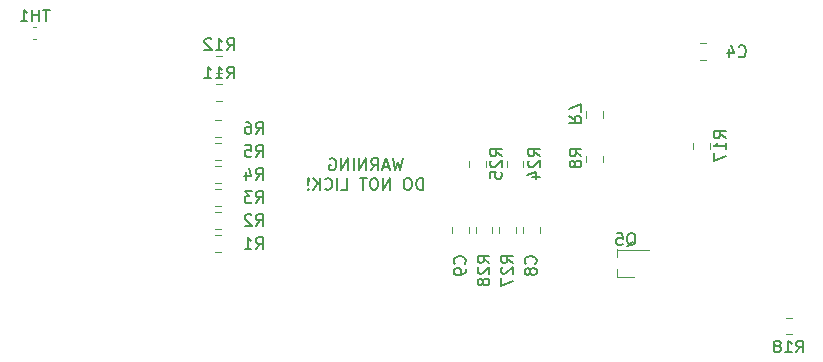
<source format=gbr>
G04 #@! TF.GenerationSoftware,KiCad,Pcbnew,(5.1.4)-1*
G04 #@! TF.CreationDate,2019-10-11T16:00:27-04:00*
G04 #@! TF.ProjectId,CellMan,43656c6c-4d61-46e2-9e6b-696361645f70,0.1*
G04 #@! TF.SameCoordinates,Original*
G04 #@! TF.FileFunction,Legend,Bot*
G04 #@! TF.FilePolarity,Positive*
%FSLAX46Y46*%
G04 Gerber Fmt 4.6, Leading zero omitted, Abs format (unit mm)*
G04 Created by KiCad (PCBNEW (5.1.4)-1) date 2019-10-11 16:00:27*
%MOMM*%
%LPD*%
G04 APERTURE LIST*
%ADD10C,0.150000*%
%ADD11C,0.120000*%
G04 APERTURE END LIST*
D10*
X138317857Y-105727380D02*
X138079761Y-106727380D01*
X137889285Y-106013095D01*
X137698809Y-106727380D01*
X137460714Y-105727380D01*
X137127380Y-106441666D02*
X136651190Y-106441666D01*
X137222619Y-106727380D02*
X136889285Y-105727380D01*
X136555952Y-106727380D01*
X135651190Y-106727380D02*
X135984523Y-106251190D01*
X136222619Y-106727380D02*
X136222619Y-105727380D01*
X135841666Y-105727380D01*
X135746428Y-105775000D01*
X135698809Y-105822619D01*
X135651190Y-105917857D01*
X135651190Y-106060714D01*
X135698809Y-106155952D01*
X135746428Y-106203571D01*
X135841666Y-106251190D01*
X136222619Y-106251190D01*
X135222619Y-106727380D02*
X135222619Y-105727380D01*
X134651190Y-106727380D01*
X134651190Y-105727380D01*
X134175000Y-106727380D02*
X134175000Y-105727380D01*
X133698809Y-106727380D02*
X133698809Y-105727380D01*
X133127380Y-106727380D01*
X133127380Y-105727380D01*
X132127380Y-105775000D02*
X132222619Y-105727380D01*
X132365476Y-105727380D01*
X132508333Y-105775000D01*
X132603571Y-105870238D01*
X132651190Y-105965476D01*
X132698809Y-106155952D01*
X132698809Y-106298809D01*
X132651190Y-106489285D01*
X132603571Y-106584523D01*
X132508333Y-106679761D01*
X132365476Y-106727380D01*
X132270238Y-106727380D01*
X132127380Y-106679761D01*
X132079761Y-106632142D01*
X132079761Y-106298809D01*
X132270238Y-106298809D01*
X140032142Y-108377380D02*
X140032142Y-107377380D01*
X139794047Y-107377380D01*
X139651190Y-107425000D01*
X139555952Y-107520238D01*
X139508333Y-107615476D01*
X139460714Y-107805952D01*
X139460714Y-107948809D01*
X139508333Y-108139285D01*
X139555952Y-108234523D01*
X139651190Y-108329761D01*
X139794047Y-108377380D01*
X140032142Y-108377380D01*
X138841666Y-107377380D02*
X138651190Y-107377380D01*
X138555952Y-107425000D01*
X138460714Y-107520238D01*
X138413095Y-107710714D01*
X138413095Y-108044047D01*
X138460714Y-108234523D01*
X138555952Y-108329761D01*
X138651190Y-108377380D01*
X138841666Y-108377380D01*
X138936904Y-108329761D01*
X139032142Y-108234523D01*
X139079761Y-108044047D01*
X139079761Y-107710714D01*
X139032142Y-107520238D01*
X138936904Y-107425000D01*
X138841666Y-107377380D01*
X137222619Y-108377380D02*
X137222619Y-107377380D01*
X136651190Y-108377380D01*
X136651190Y-107377380D01*
X135984523Y-107377380D02*
X135794047Y-107377380D01*
X135698809Y-107425000D01*
X135603571Y-107520238D01*
X135555952Y-107710714D01*
X135555952Y-108044047D01*
X135603571Y-108234523D01*
X135698809Y-108329761D01*
X135794047Y-108377380D01*
X135984523Y-108377380D01*
X136079761Y-108329761D01*
X136175000Y-108234523D01*
X136222619Y-108044047D01*
X136222619Y-107710714D01*
X136175000Y-107520238D01*
X136079761Y-107425000D01*
X135984523Y-107377380D01*
X135270238Y-107377380D02*
X134698809Y-107377380D01*
X134984523Y-108377380D02*
X134984523Y-107377380D01*
X133127380Y-108377380D02*
X133603571Y-108377380D01*
X133603571Y-107377380D01*
X132794047Y-108377380D02*
X132794047Y-107377380D01*
X131746428Y-108282142D02*
X131794047Y-108329761D01*
X131936904Y-108377380D01*
X132032142Y-108377380D01*
X132175000Y-108329761D01*
X132270238Y-108234523D01*
X132317857Y-108139285D01*
X132365476Y-107948809D01*
X132365476Y-107805952D01*
X132317857Y-107615476D01*
X132270238Y-107520238D01*
X132175000Y-107425000D01*
X132032142Y-107377380D01*
X131936904Y-107377380D01*
X131794047Y-107425000D01*
X131746428Y-107472619D01*
X131317857Y-108377380D02*
X131317857Y-107377380D01*
X130746428Y-108377380D02*
X131175000Y-107805952D01*
X130746428Y-107377380D02*
X131317857Y-107948809D01*
X130317857Y-108282142D02*
X130270238Y-108329761D01*
X130317857Y-108377380D01*
X130365476Y-108329761D01*
X130317857Y-108282142D01*
X130317857Y-108377380D01*
X130317857Y-107996428D02*
X130365476Y-107425000D01*
X130317857Y-107377380D01*
X130270238Y-107425000D01*
X130317857Y-107996428D01*
X130317857Y-107377380D01*
D11*
X107312779Y-95610000D02*
X106987221Y-95610000D01*
X107312779Y-94590000D02*
X106987221Y-94590000D01*
X157875000Y-115760000D02*
X156465000Y-115760000D01*
X156465000Y-113440000D02*
X159200000Y-113440000D01*
X156465000Y-113430000D02*
X156465000Y-114100000D01*
X156465000Y-115100000D02*
X156465000Y-115760000D01*
X164011252Y-97410000D02*
X163488748Y-97410000D01*
X164011252Y-95990000D02*
X163488748Y-95990000D01*
X148490000Y-111538748D02*
X148490000Y-112061252D01*
X149910000Y-111538748D02*
X149910000Y-112061252D01*
X142490000Y-111538748D02*
X142490000Y-112061252D01*
X143910000Y-111538748D02*
X143910000Y-112061252D01*
X122438748Y-113660000D02*
X122961252Y-113660000D01*
X122438748Y-112240000D02*
X122961252Y-112240000D01*
X122438748Y-110290000D02*
X122961252Y-110290000D01*
X122438748Y-111710000D02*
X122961252Y-111710000D01*
X122438748Y-109760000D02*
X122961252Y-109760000D01*
X122438748Y-108340000D02*
X122961252Y-108340000D01*
X122438748Y-106390000D02*
X122961252Y-106390000D01*
X122438748Y-107810000D02*
X122961252Y-107810000D01*
X122438748Y-104440000D02*
X122961252Y-104440000D01*
X122438748Y-105860000D02*
X122961252Y-105860000D01*
X122438748Y-102490000D02*
X122961252Y-102490000D01*
X122438748Y-103910000D02*
X122961252Y-103910000D01*
X153840000Y-102261252D02*
X153840000Y-101738748D01*
X155260000Y-102261252D02*
X155260000Y-101738748D01*
X153840000Y-105488748D02*
X153840000Y-106011252D01*
X155260000Y-105488748D02*
X155260000Y-106011252D01*
X123061252Y-100860000D02*
X122538748Y-100860000D01*
X123061252Y-99440000D02*
X122538748Y-99440000D01*
X123061252Y-97040000D02*
X122538748Y-97040000D01*
X123061252Y-98460000D02*
X122538748Y-98460000D01*
X162890000Y-104911252D02*
X162890000Y-104388748D01*
X164310000Y-104911252D02*
X164310000Y-104388748D01*
X171261252Y-120610000D02*
X170738748Y-120610000D01*
X171261252Y-119190000D02*
X170738748Y-119190000D01*
X148533200Y-106429652D02*
X148533200Y-105907148D01*
X147113200Y-106429652D02*
X147113200Y-105907148D01*
X145333200Y-106429652D02*
X145333200Y-105907148D01*
X143913200Y-106429652D02*
X143913200Y-105907148D01*
X146490000Y-111538748D02*
X146490000Y-112061252D01*
X147910000Y-111538748D02*
X147910000Y-112061252D01*
X144490000Y-111538748D02*
X144490000Y-112061252D01*
X145910000Y-111538748D02*
X145910000Y-112061252D01*
D10*
X108435714Y-93122380D02*
X107864285Y-93122380D01*
X108150000Y-94122380D02*
X108150000Y-93122380D01*
X107530952Y-94122380D02*
X107530952Y-93122380D01*
X107530952Y-93598571D02*
X106959523Y-93598571D01*
X106959523Y-94122380D02*
X106959523Y-93122380D01*
X105959523Y-94122380D02*
X106530952Y-94122380D01*
X106245238Y-94122380D02*
X106245238Y-93122380D01*
X106340476Y-93265238D01*
X106435714Y-93360476D01*
X106530952Y-93408095D01*
X157295238Y-113147619D02*
X157390476Y-113100000D01*
X157485714Y-113004761D01*
X157628571Y-112861904D01*
X157723809Y-112814285D01*
X157819047Y-112814285D01*
X157771428Y-113052380D02*
X157866666Y-113004761D01*
X157961904Y-112909523D01*
X158009523Y-112719047D01*
X158009523Y-112385714D01*
X157961904Y-112195238D01*
X157866666Y-112100000D01*
X157771428Y-112052380D01*
X157580952Y-112052380D01*
X157485714Y-112100000D01*
X157390476Y-112195238D01*
X157342857Y-112385714D01*
X157342857Y-112719047D01*
X157390476Y-112909523D01*
X157485714Y-113004761D01*
X157580952Y-113052380D01*
X157771428Y-113052380D01*
X156438095Y-112052380D02*
X156914285Y-112052380D01*
X156961904Y-112528571D01*
X156914285Y-112480952D01*
X156819047Y-112433333D01*
X156580952Y-112433333D01*
X156485714Y-112480952D01*
X156438095Y-112528571D01*
X156390476Y-112623809D01*
X156390476Y-112861904D01*
X156438095Y-112957142D01*
X156485714Y-113004761D01*
X156580952Y-113052380D01*
X156819047Y-113052380D01*
X156914285Y-113004761D01*
X156961904Y-112957142D01*
X166766666Y-97057142D02*
X166814285Y-97104761D01*
X166957142Y-97152380D01*
X167052380Y-97152380D01*
X167195238Y-97104761D01*
X167290476Y-97009523D01*
X167338095Y-96914285D01*
X167385714Y-96723809D01*
X167385714Y-96580952D01*
X167338095Y-96390476D01*
X167290476Y-96295238D01*
X167195238Y-96200000D01*
X167052380Y-96152380D01*
X166957142Y-96152380D01*
X166814285Y-96200000D01*
X166766666Y-96247619D01*
X165909523Y-96485714D02*
X165909523Y-97152380D01*
X166147619Y-96104761D02*
X166385714Y-96819047D01*
X165766666Y-96819047D01*
X149557142Y-114633333D02*
X149604761Y-114585714D01*
X149652380Y-114442857D01*
X149652380Y-114347619D01*
X149604761Y-114204761D01*
X149509523Y-114109523D01*
X149414285Y-114061904D01*
X149223809Y-114014285D01*
X149080952Y-114014285D01*
X148890476Y-114061904D01*
X148795238Y-114109523D01*
X148700000Y-114204761D01*
X148652380Y-114347619D01*
X148652380Y-114442857D01*
X148700000Y-114585714D01*
X148747619Y-114633333D01*
X149080952Y-115204761D02*
X149033333Y-115109523D01*
X148985714Y-115061904D01*
X148890476Y-115014285D01*
X148842857Y-115014285D01*
X148747619Y-115061904D01*
X148700000Y-115109523D01*
X148652380Y-115204761D01*
X148652380Y-115395238D01*
X148700000Y-115490476D01*
X148747619Y-115538095D01*
X148842857Y-115585714D01*
X148890476Y-115585714D01*
X148985714Y-115538095D01*
X149033333Y-115490476D01*
X149080952Y-115395238D01*
X149080952Y-115204761D01*
X149128571Y-115109523D01*
X149176190Y-115061904D01*
X149271428Y-115014285D01*
X149461904Y-115014285D01*
X149557142Y-115061904D01*
X149604761Y-115109523D01*
X149652380Y-115204761D01*
X149652380Y-115395238D01*
X149604761Y-115490476D01*
X149557142Y-115538095D01*
X149461904Y-115585714D01*
X149271428Y-115585714D01*
X149176190Y-115538095D01*
X149128571Y-115490476D01*
X149080952Y-115395238D01*
X143557142Y-114633333D02*
X143604761Y-114585714D01*
X143652380Y-114442857D01*
X143652380Y-114347619D01*
X143604761Y-114204761D01*
X143509523Y-114109523D01*
X143414285Y-114061904D01*
X143223809Y-114014285D01*
X143080952Y-114014285D01*
X142890476Y-114061904D01*
X142795238Y-114109523D01*
X142700000Y-114204761D01*
X142652380Y-114347619D01*
X142652380Y-114442857D01*
X142700000Y-114585714D01*
X142747619Y-114633333D01*
X143652380Y-115109523D02*
X143652380Y-115300000D01*
X143604761Y-115395238D01*
X143557142Y-115442857D01*
X143414285Y-115538095D01*
X143223809Y-115585714D01*
X142842857Y-115585714D01*
X142747619Y-115538095D01*
X142700000Y-115490476D01*
X142652380Y-115395238D01*
X142652380Y-115204761D01*
X142700000Y-115109523D01*
X142747619Y-115061904D01*
X142842857Y-115014285D01*
X143080952Y-115014285D01*
X143176190Y-115061904D01*
X143223809Y-115109523D01*
X143271428Y-115204761D01*
X143271428Y-115395238D01*
X143223809Y-115490476D01*
X143176190Y-115538095D01*
X143080952Y-115585714D01*
X125891666Y-113402380D02*
X126225000Y-112926190D01*
X126463095Y-113402380D02*
X126463095Y-112402380D01*
X126082142Y-112402380D01*
X125986904Y-112450000D01*
X125939285Y-112497619D01*
X125891666Y-112592857D01*
X125891666Y-112735714D01*
X125939285Y-112830952D01*
X125986904Y-112878571D01*
X126082142Y-112926190D01*
X126463095Y-112926190D01*
X124939285Y-113402380D02*
X125510714Y-113402380D01*
X125225000Y-113402380D02*
X125225000Y-112402380D01*
X125320238Y-112545238D01*
X125415476Y-112640476D01*
X125510714Y-112688095D01*
X125891666Y-111452380D02*
X126225000Y-110976190D01*
X126463095Y-111452380D02*
X126463095Y-110452380D01*
X126082142Y-110452380D01*
X125986904Y-110500000D01*
X125939285Y-110547619D01*
X125891666Y-110642857D01*
X125891666Y-110785714D01*
X125939285Y-110880952D01*
X125986904Y-110928571D01*
X126082142Y-110976190D01*
X126463095Y-110976190D01*
X125510714Y-110547619D02*
X125463095Y-110500000D01*
X125367857Y-110452380D01*
X125129761Y-110452380D01*
X125034523Y-110500000D01*
X124986904Y-110547619D01*
X124939285Y-110642857D01*
X124939285Y-110738095D01*
X124986904Y-110880952D01*
X125558333Y-111452380D01*
X124939285Y-111452380D01*
X125891666Y-109502380D02*
X126225000Y-109026190D01*
X126463095Y-109502380D02*
X126463095Y-108502380D01*
X126082142Y-108502380D01*
X125986904Y-108550000D01*
X125939285Y-108597619D01*
X125891666Y-108692857D01*
X125891666Y-108835714D01*
X125939285Y-108930952D01*
X125986904Y-108978571D01*
X126082142Y-109026190D01*
X126463095Y-109026190D01*
X125558333Y-108502380D02*
X124939285Y-108502380D01*
X125272619Y-108883333D01*
X125129761Y-108883333D01*
X125034523Y-108930952D01*
X124986904Y-108978571D01*
X124939285Y-109073809D01*
X124939285Y-109311904D01*
X124986904Y-109407142D01*
X125034523Y-109454761D01*
X125129761Y-109502380D01*
X125415476Y-109502380D01*
X125510714Y-109454761D01*
X125558333Y-109407142D01*
X125891666Y-107552380D02*
X126225000Y-107076190D01*
X126463095Y-107552380D02*
X126463095Y-106552380D01*
X126082142Y-106552380D01*
X125986904Y-106600000D01*
X125939285Y-106647619D01*
X125891666Y-106742857D01*
X125891666Y-106885714D01*
X125939285Y-106980952D01*
X125986904Y-107028571D01*
X126082142Y-107076190D01*
X126463095Y-107076190D01*
X125034523Y-106885714D02*
X125034523Y-107552380D01*
X125272619Y-106504761D02*
X125510714Y-107219047D01*
X124891666Y-107219047D01*
X125891666Y-105602380D02*
X126225000Y-105126190D01*
X126463095Y-105602380D02*
X126463095Y-104602380D01*
X126082142Y-104602380D01*
X125986904Y-104650000D01*
X125939285Y-104697619D01*
X125891666Y-104792857D01*
X125891666Y-104935714D01*
X125939285Y-105030952D01*
X125986904Y-105078571D01*
X126082142Y-105126190D01*
X126463095Y-105126190D01*
X124986904Y-104602380D02*
X125463095Y-104602380D01*
X125510714Y-105078571D01*
X125463095Y-105030952D01*
X125367857Y-104983333D01*
X125129761Y-104983333D01*
X125034523Y-105030952D01*
X124986904Y-105078571D01*
X124939285Y-105173809D01*
X124939285Y-105411904D01*
X124986904Y-105507142D01*
X125034523Y-105554761D01*
X125129761Y-105602380D01*
X125367857Y-105602380D01*
X125463095Y-105554761D01*
X125510714Y-105507142D01*
X125891666Y-103652380D02*
X126225000Y-103176190D01*
X126463095Y-103652380D02*
X126463095Y-102652380D01*
X126082142Y-102652380D01*
X125986904Y-102700000D01*
X125939285Y-102747619D01*
X125891666Y-102842857D01*
X125891666Y-102985714D01*
X125939285Y-103080952D01*
X125986904Y-103128571D01*
X126082142Y-103176190D01*
X126463095Y-103176190D01*
X125034523Y-102652380D02*
X125225000Y-102652380D01*
X125320238Y-102700000D01*
X125367857Y-102747619D01*
X125463095Y-102890476D01*
X125510714Y-103080952D01*
X125510714Y-103461904D01*
X125463095Y-103557142D01*
X125415476Y-103604761D01*
X125320238Y-103652380D01*
X125129761Y-103652380D01*
X125034523Y-103604761D01*
X124986904Y-103557142D01*
X124939285Y-103461904D01*
X124939285Y-103223809D01*
X124986904Y-103128571D01*
X125034523Y-103080952D01*
X125129761Y-103033333D01*
X125320238Y-103033333D01*
X125415476Y-103080952D01*
X125463095Y-103128571D01*
X125510714Y-103223809D01*
X152397619Y-102116666D02*
X152873809Y-102450000D01*
X152397619Y-102688095D02*
X153397619Y-102688095D01*
X153397619Y-102307142D01*
X153350000Y-102211904D01*
X153302380Y-102164285D01*
X153207142Y-102116666D01*
X153064285Y-102116666D01*
X152969047Y-102164285D01*
X152921428Y-102211904D01*
X152873809Y-102307142D01*
X152873809Y-102688095D01*
X153397619Y-101783333D02*
X153397619Y-101116666D01*
X152397619Y-101545238D01*
X153452380Y-105533333D02*
X152976190Y-105200000D01*
X153452380Y-104961904D02*
X152452380Y-104961904D01*
X152452380Y-105342857D01*
X152500000Y-105438095D01*
X152547619Y-105485714D01*
X152642857Y-105533333D01*
X152785714Y-105533333D01*
X152880952Y-105485714D01*
X152928571Y-105438095D01*
X152976190Y-105342857D01*
X152976190Y-104961904D01*
X152880952Y-106104761D02*
X152833333Y-106009523D01*
X152785714Y-105961904D01*
X152690476Y-105914285D01*
X152642857Y-105914285D01*
X152547619Y-105961904D01*
X152500000Y-106009523D01*
X152452380Y-106104761D01*
X152452380Y-106295238D01*
X152500000Y-106390476D01*
X152547619Y-106438095D01*
X152642857Y-106485714D01*
X152690476Y-106485714D01*
X152785714Y-106438095D01*
X152833333Y-106390476D01*
X152880952Y-106295238D01*
X152880952Y-106104761D01*
X152928571Y-106009523D01*
X152976190Y-105961904D01*
X153071428Y-105914285D01*
X153261904Y-105914285D01*
X153357142Y-105961904D01*
X153404761Y-106009523D01*
X153452380Y-106104761D01*
X153452380Y-106295238D01*
X153404761Y-106390476D01*
X153357142Y-106438095D01*
X153261904Y-106485714D01*
X153071428Y-106485714D01*
X152976190Y-106438095D01*
X152928571Y-106390476D01*
X152880952Y-106295238D01*
X123442857Y-98952380D02*
X123776190Y-98476190D01*
X124014285Y-98952380D02*
X124014285Y-97952380D01*
X123633333Y-97952380D01*
X123538095Y-98000000D01*
X123490476Y-98047619D01*
X123442857Y-98142857D01*
X123442857Y-98285714D01*
X123490476Y-98380952D01*
X123538095Y-98428571D01*
X123633333Y-98476190D01*
X124014285Y-98476190D01*
X122490476Y-98952380D02*
X123061904Y-98952380D01*
X122776190Y-98952380D02*
X122776190Y-97952380D01*
X122871428Y-98095238D01*
X122966666Y-98190476D01*
X123061904Y-98238095D01*
X121538095Y-98952380D02*
X122109523Y-98952380D01*
X121823809Y-98952380D02*
X121823809Y-97952380D01*
X121919047Y-98095238D01*
X122014285Y-98190476D01*
X122109523Y-98238095D01*
X123442857Y-96552380D02*
X123776190Y-96076190D01*
X124014285Y-96552380D02*
X124014285Y-95552380D01*
X123633333Y-95552380D01*
X123538095Y-95600000D01*
X123490476Y-95647619D01*
X123442857Y-95742857D01*
X123442857Y-95885714D01*
X123490476Y-95980952D01*
X123538095Y-96028571D01*
X123633333Y-96076190D01*
X124014285Y-96076190D01*
X122490476Y-96552380D02*
X123061904Y-96552380D01*
X122776190Y-96552380D02*
X122776190Y-95552380D01*
X122871428Y-95695238D01*
X122966666Y-95790476D01*
X123061904Y-95838095D01*
X122109523Y-95647619D02*
X122061904Y-95600000D01*
X121966666Y-95552380D01*
X121728571Y-95552380D01*
X121633333Y-95600000D01*
X121585714Y-95647619D01*
X121538095Y-95742857D01*
X121538095Y-95838095D01*
X121585714Y-95980952D01*
X122157142Y-96552380D01*
X121538095Y-96552380D01*
X165652380Y-104007142D02*
X165176190Y-103673809D01*
X165652380Y-103435714D02*
X164652380Y-103435714D01*
X164652380Y-103816666D01*
X164700000Y-103911904D01*
X164747619Y-103959523D01*
X164842857Y-104007142D01*
X164985714Y-104007142D01*
X165080952Y-103959523D01*
X165128571Y-103911904D01*
X165176190Y-103816666D01*
X165176190Y-103435714D01*
X165652380Y-104959523D02*
X165652380Y-104388095D01*
X165652380Y-104673809D02*
X164652380Y-104673809D01*
X164795238Y-104578571D01*
X164890476Y-104483333D01*
X164938095Y-104388095D01*
X164652380Y-105292857D02*
X164652380Y-105959523D01*
X165652380Y-105530952D01*
X171642857Y-122152380D02*
X171976190Y-121676190D01*
X172214285Y-122152380D02*
X172214285Y-121152380D01*
X171833333Y-121152380D01*
X171738095Y-121200000D01*
X171690476Y-121247619D01*
X171642857Y-121342857D01*
X171642857Y-121485714D01*
X171690476Y-121580952D01*
X171738095Y-121628571D01*
X171833333Y-121676190D01*
X172214285Y-121676190D01*
X170690476Y-122152380D02*
X171261904Y-122152380D01*
X170976190Y-122152380D02*
X170976190Y-121152380D01*
X171071428Y-121295238D01*
X171166666Y-121390476D01*
X171261904Y-121438095D01*
X170119047Y-121580952D02*
X170214285Y-121533333D01*
X170261904Y-121485714D01*
X170309523Y-121390476D01*
X170309523Y-121342857D01*
X170261904Y-121247619D01*
X170214285Y-121200000D01*
X170119047Y-121152380D01*
X169928571Y-121152380D01*
X169833333Y-121200000D01*
X169785714Y-121247619D01*
X169738095Y-121342857D01*
X169738095Y-121390476D01*
X169785714Y-121485714D01*
X169833333Y-121533333D01*
X169928571Y-121580952D01*
X170119047Y-121580952D01*
X170214285Y-121628571D01*
X170261904Y-121676190D01*
X170309523Y-121771428D01*
X170309523Y-121961904D01*
X170261904Y-122057142D01*
X170214285Y-122104761D01*
X170119047Y-122152380D01*
X169928571Y-122152380D01*
X169833333Y-122104761D01*
X169785714Y-122057142D01*
X169738095Y-121961904D01*
X169738095Y-121771428D01*
X169785714Y-121676190D01*
X169833333Y-121628571D01*
X169928571Y-121580952D01*
X149925580Y-105525542D02*
X149449390Y-105192209D01*
X149925580Y-104954114D02*
X148925580Y-104954114D01*
X148925580Y-105335066D01*
X148973200Y-105430304D01*
X149020819Y-105477923D01*
X149116057Y-105525542D01*
X149258914Y-105525542D01*
X149354152Y-105477923D01*
X149401771Y-105430304D01*
X149449390Y-105335066D01*
X149449390Y-104954114D01*
X149020819Y-105906495D02*
X148973200Y-105954114D01*
X148925580Y-106049352D01*
X148925580Y-106287447D01*
X148973200Y-106382685D01*
X149020819Y-106430304D01*
X149116057Y-106477923D01*
X149211295Y-106477923D01*
X149354152Y-106430304D01*
X149925580Y-105858876D01*
X149925580Y-106477923D01*
X149258914Y-107335066D02*
X149925580Y-107335066D01*
X148877961Y-107096971D02*
X149592247Y-106858876D01*
X149592247Y-107477923D01*
X146725580Y-105525542D02*
X146249390Y-105192209D01*
X146725580Y-104954114D02*
X145725580Y-104954114D01*
X145725580Y-105335066D01*
X145773200Y-105430304D01*
X145820819Y-105477923D01*
X145916057Y-105525542D01*
X146058914Y-105525542D01*
X146154152Y-105477923D01*
X146201771Y-105430304D01*
X146249390Y-105335066D01*
X146249390Y-104954114D01*
X145820819Y-105906495D02*
X145773200Y-105954114D01*
X145725580Y-106049352D01*
X145725580Y-106287447D01*
X145773200Y-106382685D01*
X145820819Y-106430304D01*
X145916057Y-106477923D01*
X146011295Y-106477923D01*
X146154152Y-106430304D01*
X146725580Y-105858876D01*
X146725580Y-106477923D01*
X145725580Y-107382685D02*
X145725580Y-106906495D01*
X146201771Y-106858876D01*
X146154152Y-106906495D01*
X146106533Y-107001733D01*
X146106533Y-107239828D01*
X146154152Y-107335066D01*
X146201771Y-107382685D01*
X146297009Y-107430304D01*
X146535104Y-107430304D01*
X146630342Y-107382685D01*
X146677961Y-107335066D01*
X146725580Y-107239828D01*
X146725580Y-107001733D01*
X146677961Y-106906495D01*
X146630342Y-106858876D01*
X147652380Y-114557142D02*
X147176190Y-114223809D01*
X147652380Y-113985714D02*
X146652380Y-113985714D01*
X146652380Y-114366666D01*
X146700000Y-114461904D01*
X146747619Y-114509523D01*
X146842857Y-114557142D01*
X146985714Y-114557142D01*
X147080952Y-114509523D01*
X147128571Y-114461904D01*
X147176190Y-114366666D01*
X147176190Y-113985714D01*
X146747619Y-114938095D02*
X146700000Y-114985714D01*
X146652380Y-115080952D01*
X146652380Y-115319047D01*
X146700000Y-115414285D01*
X146747619Y-115461904D01*
X146842857Y-115509523D01*
X146938095Y-115509523D01*
X147080952Y-115461904D01*
X147652380Y-114890476D01*
X147652380Y-115509523D01*
X146652380Y-115842857D02*
X146652380Y-116509523D01*
X147652380Y-116080952D01*
X145652380Y-114557142D02*
X145176190Y-114223809D01*
X145652380Y-113985714D02*
X144652380Y-113985714D01*
X144652380Y-114366666D01*
X144700000Y-114461904D01*
X144747619Y-114509523D01*
X144842857Y-114557142D01*
X144985714Y-114557142D01*
X145080952Y-114509523D01*
X145128571Y-114461904D01*
X145176190Y-114366666D01*
X145176190Y-113985714D01*
X144747619Y-114938095D02*
X144700000Y-114985714D01*
X144652380Y-115080952D01*
X144652380Y-115319047D01*
X144700000Y-115414285D01*
X144747619Y-115461904D01*
X144842857Y-115509523D01*
X144938095Y-115509523D01*
X145080952Y-115461904D01*
X145652380Y-114890476D01*
X145652380Y-115509523D01*
X145080952Y-116080952D02*
X145033333Y-115985714D01*
X144985714Y-115938095D01*
X144890476Y-115890476D01*
X144842857Y-115890476D01*
X144747619Y-115938095D01*
X144700000Y-115985714D01*
X144652380Y-116080952D01*
X144652380Y-116271428D01*
X144700000Y-116366666D01*
X144747619Y-116414285D01*
X144842857Y-116461904D01*
X144890476Y-116461904D01*
X144985714Y-116414285D01*
X145033333Y-116366666D01*
X145080952Y-116271428D01*
X145080952Y-116080952D01*
X145128571Y-115985714D01*
X145176190Y-115938095D01*
X145271428Y-115890476D01*
X145461904Y-115890476D01*
X145557142Y-115938095D01*
X145604761Y-115985714D01*
X145652380Y-116080952D01*
X145652380Y-116271428D01*
X145604761Y-116366666D01*
X145557142Y-116414285D01*
X145461904Y-116461904D01*
X145271428Y-116461904D01*
X145176190Y-116414285D01*
X145128571Y-116366666D01*
X145080952Y-116271428D01*
M02*

</source>
